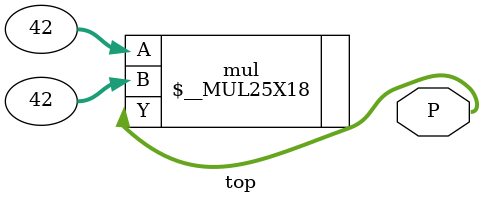
<source format=v>
module top(output [42:0] P);
\$__MUL25X18 mul (.A(42), .B(42), .Y(P));
assert property (P == 42*42);
endmodule

</source>
